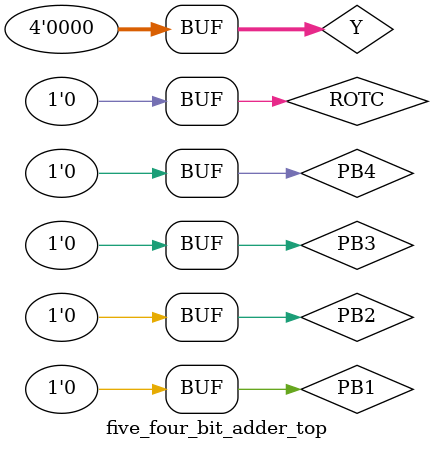
<source format=v>
`timescale 1ns / 1ps


module five_four_bit_adder_top;

	// Inputs
	reg [3:0] Y;
	reg PB1;
	reg PB2;
	reg PB3;
	reg PB4;
	reg ROTC;

	// Outputs
	wire [5:0] sum;
	wire carry;

	// Instantiate the Unit Under Test (UUT)
	five_four_bit_adder uut (
		.Y(Y), 
		.PB1(PB1), 
		.PB2(PB2), 
		.PB3(PB3), 
		.PB4(PB4), 
		.ROTC(ROTC), 
		.sum(sum), 
		.carry(carry)
	);

	initial begin
		// Initialize Inputs
		Y = 0;
		PB1 = 0;
		PB2 = 0;
		PB3 = 0;
		PB4 = 0;
		ROTC = 0;

		// Wait 100 ns for global reset to finish
		#100;
        
		// Add stimulus here

	end
      
endmodule


</source>
